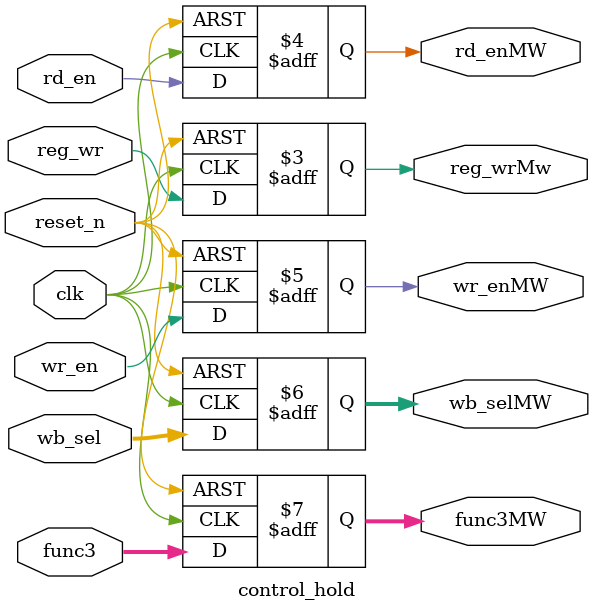
<source format=sv>
module control_hold(
    input reg_wr,rd_en,wr_en,reset_n,clk,
    input [1:0] wb_sel,
    input [2:0] func3,
    output logic reg_wrMw,rd_enMW,wr_enMW,
    output logic [1:0] wb_selMW,
    output logic [2:0] func3MW
);

always @(posedge clk or negedge reset_n) begin
    if (!reset_n) begin
        reg_wrMw <= 0 ;
        rd_enMW <= 0 ;
        wr_enMW <= 0 ;
        wb_selMW <= 0 ;
        func3MW <= 3'bxxx;
    end
    else begin
        reg_wrMw <= reg_wr ;
        rd_enMW <= rd_en ;
        wr_enMW <= wr_en ;
        wb_selMW <= wb_sel ;
        func3MW <= func3 ;
    end
end
    
endmodule
</source>
